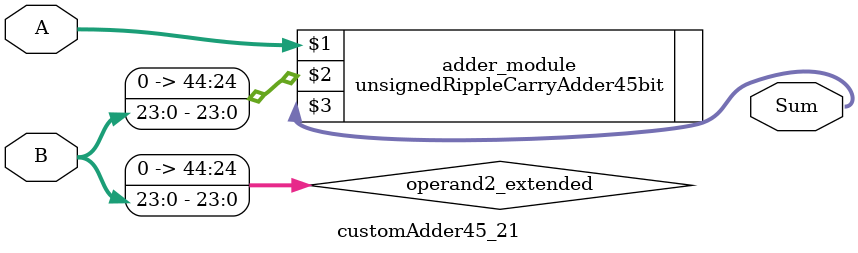
<source format=v>
module customAdder45_21(
                        input [44 : 0] A,
                        input [23 : 0] B,
                        
                        output [45 : 0] Sum
                );

        wire [44 : 0] operand2_extended;
        
        assign operand2_extended =  {21'b0, B};
        
        unsignedRippleCarryAdder45bit adder_module(
            A,
            operand2_extended,
            Sum
        );
        
        endmodule
        
</source>
